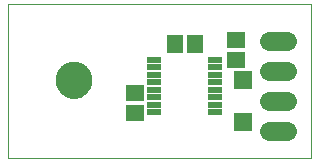
<source format=gts>
G75*
G70*
%OFA0B0*%
%FSLAX24Y24*%
%IPPOS*%
%LPD*%
%AMOC8*
5,1,8,0,0,1.08239X$1,22.5*
%
%ADD10C,0.0000*%
%ADD11R,0.0490X0.0190*%
%ADD12R,0.0631X0.0552*%
%ADD13R,0.0631X0.0631*%
%ADD14R,0.0552X0.0631*%
%ADD15C,0.0640*%
%ADD16C,0.1221*%
D10*
X000101Y000381D02*
X000101Y005527D01*
X010221Y005527D01*
X010221Y000381D01*
X000101Y000381D01*
X001710Y002981D02*
X001712Y003029D01*
X001718Y003077D01*
X001728Y003124D01*
X001741Y003170D01*
X001759Y003215D01*
X001779Y003259D01*
X001804Y003301D01*
X001832Y003340D01*
X001862Y003377D01*
X001896Y003411D01*
X001933Y003443D01*
X001971Y003472D01*
X002012Y003497D01*
X002055Y003519D01*
X002100Y003537D01*
X002146Y003551D01*
X002193Y003562D01*
X002241Y003569D01*
X002289Y003572D01*
X002337Y003571D01*
X002385Y003566D01*
X002433Y003557D01*
X002479Y003545D01*
X002524Y003528D01*
X002568Y003508D01*
X002610Y003485D01*
X002650Y003458D01*
X002688Y003428D01*
X002723Y003395D01*
X002755Y003359D01*
X002785Y003321D01*
X002811Y003280D01*
X002833Y003237D01*
X002853Y003193D01*
X002868Y003148D01*
X002880Y003101D01*
X002888Y003053D01*
X002892Y003005D01*
X002892Y002957D01*
X002888Y002909D01*
X002880Y002861D01*
X002868Y002814D01*
X002853Y002769D01*
X002833Y002725D01*
X002811Y002682D01*
X002785Y002641D01*
X002755Y002603D01*
X002723Y002567D01*
X002688Y002534D01*
X002650Y002504D01*
X002610Y002477D01*
X002568Y002454D01*
X002524Y002434D01*
X002479Y002417D01*
X002433Y002405D01*
X002385Y002396D01*
X002337Y002391D01*
X002289Y002390D01*
X002241Y002393D01*
X002193Y002400D01*
X002146Y002411D01*
X002100Y002425D01*
X002055Y002443D01*
X002012Y002465D01*
X001971Y002490D01*
X001933Y002519D01*
X001896Y002551D01*
X001862Y002585D01*
X001832Y002622D01*
X001804Y002661D01*
X001779Y002703D01*
X001759Y002747D01*
X001741Y002792D01*
X001728Y002838D01*
X001718Y002885D01*
X001712Y002933D01*
X001710Y002981D01*
D11*
X004976Y002906D03*
X004976Y002656D03*
X004976Y002406D03*
X004976Y002156D03*
X004976Y001906D03*
X007026Y001906D03*
X007026Y002156D03*
X007026Y002406D03*
X007026Y002656D03*
X007026Y002906D03*
X007026Y003156D03*
X007026Y003406D03*
X007026Y003656D03*
X004976Y003656D03*
X004976Y003406D03*
X004976Y003156D03*
D12*
X004351Y002565D03*
X004351Y001896D03*
X007701Y003646D03*
X007701Y004315D03*
D13*
X007951Y002970D03*
X007951Y001592D03*
D14*
X006335Y004181D03*
X005666Y004181D03*
D15*
X008801Y004281D02*
X009401Y004281D01*
X009401Y003281D02*
X008801Y003281D01*
X008801Y002281D02*
X009401Y002281D01*
X009401Y001281D02*
X008801Y001281D01*
D16*
X002301Y002981D03*
M02*

</source>
